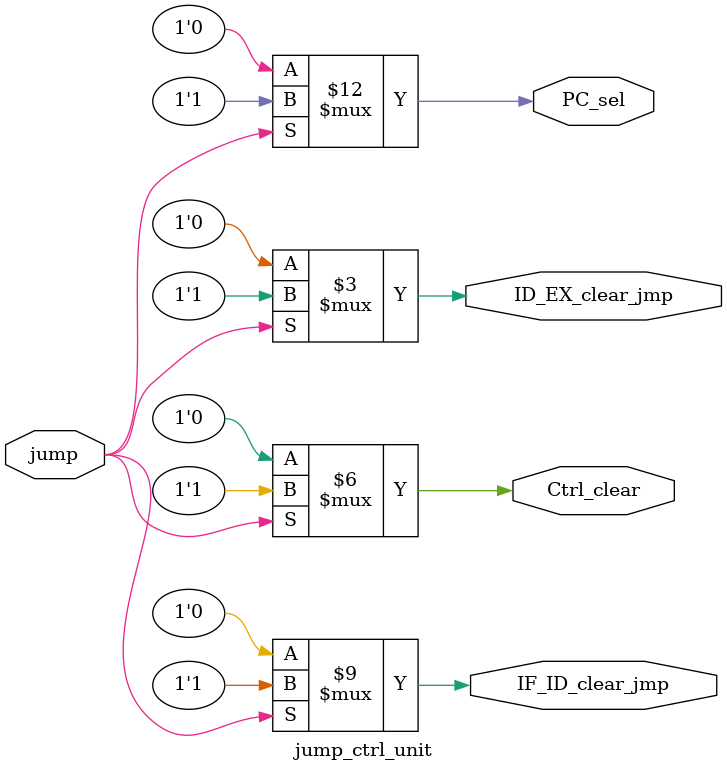
<source format=v>
`timescale 1ns / 1ps

module jump_ctrl_unit (
    input jump,
    output reg PC_sel,
    output reg IF_ID_clear_jmp,
    output reg Ctrl_clear,
    output reg ID_EX_clear_jmp
);
    
    always @(*) begin
        if (jump) begin
            PC_sel = 1;
            IF_ID_clear_jmp = 1;
            Ctrl_clear = 1;
            ID_EX_clear_jmp = 1;
        end else begin
            PC_sel = 0;
            IF_ID_clear_jmp = 0;
            Ctrl_clear = 0;
            ID_EX_clear_jmp = 0;       
        end
    end

endmodule

</source>
